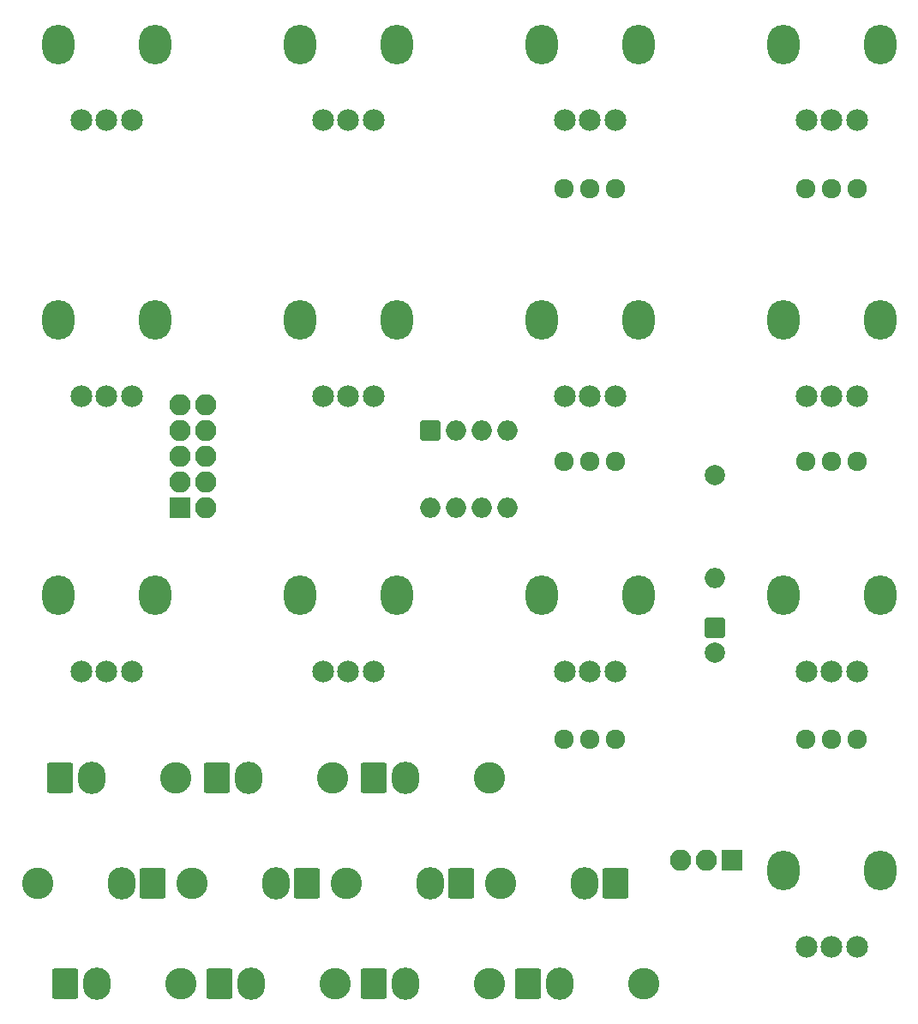
<source format=gts>
G04 #@! TF.GenerationSoftware,KiCad,Pcbnew,(6.0.0)*
G04 #@! TF.CreationDate,2022-02-23T18:40:55+01:00*
G04 #@! TF.ProjectId,ad633muliply,61643633-336d-4756-9c69-706c792e6b69,rev?*
G04 #@! TF.SameCoordinates,Original*
G04 #@! TF.FileFunction,Soldermask,Top*
G04 #@! TF.FilePolarity,Negative*
%FSLAX46Y46*%
G04 Gerber Fmt 4.6, Leading zero omitted, Abs format (unit mm)*
G04 Created by KiCad (PCBNEW (6.0.0)) date 2022-02-23 18:40:55*
%MOMM*%
%LPD*%
G01*
G04 APERTURE LIST*
G04 Aperture macros list*
%AMRoundRect*
0 Rectangle with rounded corners*
0 $1 Rounding radius*
0 $2 $3 $4 $5 $6 $7 $8 $9 X,Y pos of 4 corners*
0 Add a 4 corners polygon primitive as box body*
4,1,4,$2,$3,$4,$5,$6,$7,$8,$9,$2,$3,0*
0 Add four circle primitives for the rounded corners*
1,1,$1+$1,$2,$3*
1,1,$1+$1,$4,$5*
1,1,$1+$1,$6,$7*
1,1,$1+$1,$8,$9*
0 Add four rect primitives between the rounded corners*
20,1,$1+$1,$2,$3,$4,$5,0*
20,1,$1+$1,$4,$5,$6,$7,0*
20,1,$1+$1,$6,$7,$8,$9,0*
20,1,$1+$1,$8,$9,$2,$3,0*%
G04 Aperture macros list end*
%ADD10RoundRect,0.200000X1.075000X-1.300000X1.075000X1.300000X-1.075000X1.300000X-1.075000X-1.300000X0*%
%ADD11C,3.100000*%
%ADD12O,2.750000X3.200000*%
%ADD13O,3.200000X3.900000*%
%ADD14C,2.150000*%
%ADD15RoundRect,0.200000X-1.075000X1.300000X-1.075000X-1.300000X1.075000X-1.300000X1.075000X1.300000X0*%
%ADD16C,1.924000*%
%ADD17RoundRect,0.200000X-0.800000X0.800000X-0.800000X-0.800000X0.800000X-0.800000X0.800000X0.800000X0*%
%ADD18O,2.000000X2.000000*%
%ADD19RoundRect,0.200000X0.850000X-0.850000X0.850000X0.850000X-0.850000X0.850000X-0.850000X-0.850000X0*%
%ADD20O,2.100000X2.100000*%
%ADD21C,2.000000*%
%ADD22RoundRect,0.200000X-0.850000X-0.850000X0.850000X-0.850000X0.850000X0.850000X-0.850000X0.850000X0*%
G04 APERTURE END LIST*
D10*
X90048000Y-158374000D03*
D11*
X78648000Y-158374000D03*
D12*
X86948000Y-158374000D03*
D10*
X120528000Y-158374000D03*
D11*
X109128000Y-158374000D03*
D12*
X117428000Y-158374000D03*
D13*
X80676000Y-102769166D03*
X90276000Y-102769166D03*
D14*
X82976000Y-110269166D03*
X85476000Y-110269166D03*
X87976000Y-110269166D03*
D13*
X90276000Y-129968332D03*
X80676000Y-129968332D03*
D14*
X82976000Y-137468332D03*
X85476000Y-137468332D03*
X87976000Y-137468332D03*
D13*
X114152000Y-102769166D03*
X104552000Y-102769166D03*
D14*
X106852000Y-110269166D03*
X109352000Y-110269166D03*
X111852000Y-110269166D03*
D13*
X104552000Y-129968332D03*
X114152000Y-129968332D03*
D14*
X106852000Y-137468332D03*
X109352000Y-137468332D03*
X111852000Y-137468332D03*
D13*
X128428000Y-102769166D03*
X138028000Y-102769166D03*
D14*
X130728000Y-110269166D03*
X133228000Y-110269166D03*
X135728000Y-110269166D03*
D13*
X128428000Y-129968332D03*
X138028000Y-129968332D03*
D14*
X130728000Y-137468332D03*
X133228000Y-137468332D03*
X135728000Y-137468332D03*
D13*
X161904000Y-75570000D03*
X152304000Y-75570000D03*
D14*
X154604000Y-83070000D03*
X157104000Y-83070000D03*
X159604000Y-83070000D03*
D13*
X152304000Y-102769166D03*
X161904000Y-102769166D03*
D14*
X154604000Y-110269166D03*
X157104000Y-110269166D03*
X159604000Y-110269166D03*
D13*
X161904000Y-129968332D03*
X152304000Y-129968332D03*
D14*
X154604000Y-137468332D03*
X157104000Y-137468332D03*
X159604000Y-137468332D03*
D10*
X135768000Y-158374000D03*
D11*
X124368000Y-158374000D03*
D12*
X132668000Y-158374000D03*
D15*
X127132000Y-168280000D03*
D11*
X138532000Y-168280000D03*
D12*
X130232000Y-168280000D03*
D15*
X111892000Y-168280000D03*
D11*
X123292000Y-168280000D03*
D12*
X114992000Y-168280000D03*
D10*
X105288000Y-158374000D03*
D11*
X93888000Y-158374000D03*
D12*
X102188000Y-158374000D03*
D13*
X161904000Y-157165000D03*
X152304000Y-157165000D03*
D14*
X154604000Y-164665000D03*
X157104000Y-164665000D03*
X159604000Y-164665000D03*
D13*
X128428000Y-75570000D03*
X138028000Y-75570000D03*
D14*
X130728000Y-83070000D03*
X133228000Y-83070000D03*
X135728000Y-83070000D03*
D13*
X80676000Y-75570000D03*
X90276000Y-75570000D03*
D14*
X82976000Y-83070000D03*
X85476000Y-83070000D03*
X87976000Y-83070000D03*
D13*
X104552000Y-75570000D03*
X114152000Y-75570000D03*
D14*
X106852000Y-83070000D03*
X109352000Y-83070000D03*
X111852000Y-83070000D03*
D15*
X81412000Y-168280000D03*
D11*
X92812000Y-168280000D03*
D12*
X84512000Y-168280000D03*
D16*
X130688000Y-89794000D03*
X133228000Y-89794000D03*
X135768000Y-89794000D03*
X130688000Y-116718000D03*
X133228000Y-116718000D03*
X135768000Y-116718000D03*
X130688000Y-144150000D03*
X133228000Y-144150000D03*
X135768000Y-144150000D03*
X154564000Y-89794000D03*
X157104000Y-89794000D03*
X159644000Y-89794000D03*
X154564000Y-116718000D03*
X157104000Y-116718000D03*
X159644000Y-116718000D03*
X154564000Y-144150000D03*
X157104000Y-144150000D03*
X159644000Y-144150000D03*
D15*
X96398000Y-147960000D03*
D11*
X107798000Y-147960000D03*
D12*
X99498000Y-147960000D03*
D15*
X111892000Y-147960000D03*
D11*
X123292000Y-147960000D03*
D12*
X114992000Y-147960000D03*
D15*
X80904000Y-147960000D03*
D11*
X92304000Y-147960000D03*
D12*
X84004000Y-147960000D03*
D15*
X96652000Y-168280000D03*
D11*
X108052000Y-168280000D03*
D12*
X99752000Y-168280000D03*
D17*
X117480000Y-113670000D03*
D18*
X120020000Y-113670000D03*
X122560000Y-113670000D03*
X125100000Y-113670000D03*
X125100000Y-121290000D03*
X122560000Y-121290000D03*
X120020000Y-121290000D03*
X117480000Y-121290000D03*
D19*
X147248800Y-156138800D03*
D20*
X144708800Y-156138800D03*
X142168800Y-156138800D03*
D17*
X145547000Y-133141000D03*
D21*
X145547000Y-135641000D03*
X145547000Y-118115000D03*
D18*
X145547000Y-128275000D03*
D20*
X95255000Y-121290000D03*
D22*
X92715000Y-121290000D03*
D20*
X95255000Y-118750000D03*
X92715000Y-116210000D03*
X95255000Y-116210000D03*
X92715000Y-113670000D03*
X95255000Y-113670000D03*
X92715000Y-118750000D03*
X95255000Y-111130000D03*
X92715000Y-111130000D03*
M02*

</source>
